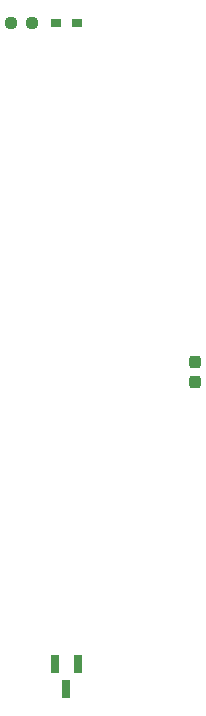
<source format=gbr>
G04 #@! TF.GenerationSoftware,KiCad,Pcbnew,8.0.8+dfsg-1*
G04 #@! TF.CreationDate,2025-06-20T16:24:31+09:00*
G04 #@! TF.ProjectId,bionic-p8095,62696f6e-6963-42d7-9038-3039352e6b69,1*
G04 #@! TF.SameCoordinates,Original*
G04 #@! TF.FileFunction,Paste,Top*
G04 #@! TF.FilePolarity,Positive*
%FSLAX46Y46*%
G04 Gerber Fmt 4.6, Leading zero omitted, Abs format (unit mm)*
G04 Created by KiCad (PCBNEW 8.0.8+dfsg-1) date 2025-06-20 16:24:31*
%MOMM*%
%LPD*%
G01*
G04 APERTURE LIST*
G04 Aperture macros list*
%AMRoundRect*
0 Rectangle with rounded corners*
0 $1 Rounding radius*
0 $2 $3 $4 $5 $6 $7 $8 $9 X,Y pos of 4 corners*
0 Add a 4 corners polygon primitive as box body*
4,1,4,$2,$3,$4,$5,$6,$7,$8,$9,$2,$3,0*
0 Add four circle primitives for the rounded corners*
1,1,$1+$1,$2,$3*
1,1,$1+$1,$4,$5*
1,1,$1+$1,$6,$7*
1,1,$1+$1,$8,$9*
0 Add four rect primitives between the rounded corners*
20,1,$1+$1,$2,$3,$4,$5,0*
20,1,$1+$1,$4,$5,$6,$7,0*
20,1,$1+$1,$6,$7,$8,$9,0*
20,1,$1+$1,$8,$9,$2,$3,0*%
G04 Aperture macros list end*
%ADD10RoundRect,0.237500X0.250000X0.237500X-0.250000X0.237500X-0.250000X-0.237500X0.250000X-0.237500X0*%
%ADD11R,0.965200X0.762000*%
%ADD12RoundRect,0.237500X-0.237500X0.300000X-0.237500X-0.300000X0.237500X-0.300000X0.237500X0.300000X0*%
%ADD13R,0.660400X1.625600*%
G04 APERTURE END LIST*
D10*
X110804400Y-71778000D03*
X108979400Y-71778000D03*
D11*
X112823700Y-71778000D03*
X114576300Y-71778000D03*
D12*
X124622000Y-100482200D03*
X124622000Y-102207200D03*
D13*
X114650001Y-126084000D03*
X112749999Y-126084000D03*
X113700000Y-128216000D03*
M02*

</source>
